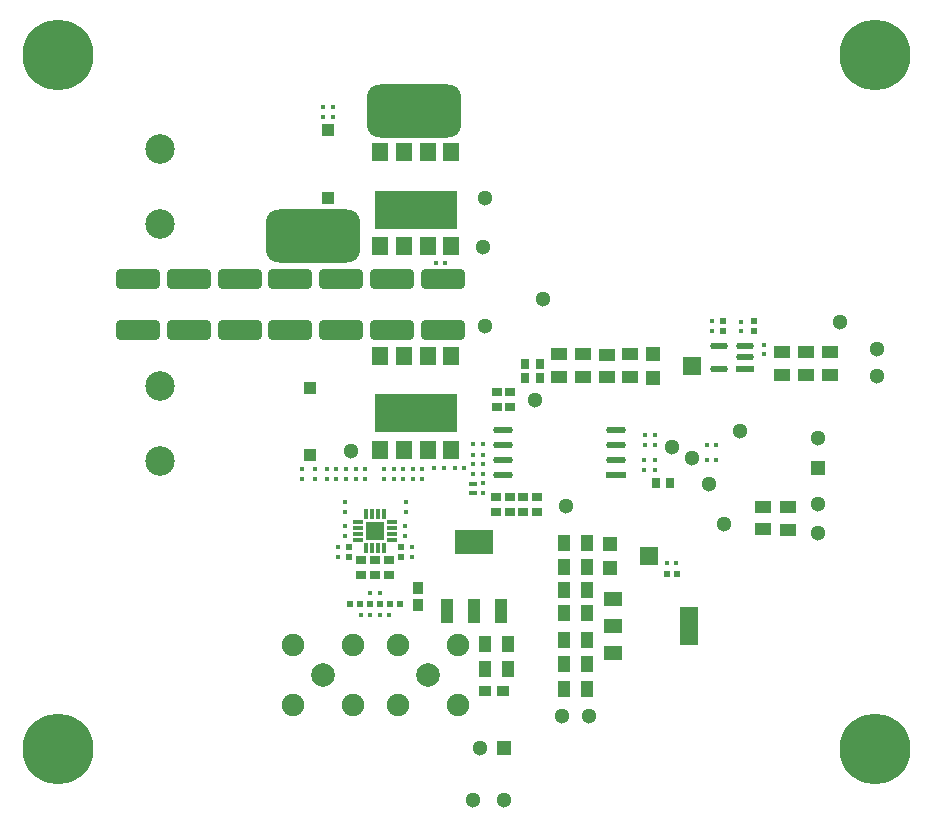
<source format=gbr>
%TF.GenerationSoftware,Altium Limited,Altium Designer,22.9.1 (49)*%
G04 Layer_Color=255*
%FSLAX45Y45*%
%MOMM*%
%TF.SameCoordinates,C6D2A98E-D71B-44EB-B230-12E80A119C5B*%
%TF.FilePolarity,Positive*%
%TF.FileFunction,Pads,Top*%
%TF.Part,Single*%
G01*
G75*
%TA.AperFunction,SMDPad,CuDef*%
%ADD10R,1.20000X1.20000*%
%ADD11R,1.52400X1.52400*%
%ADD12C,1.30000*%
%ADD13R,1.00000X2.15000*%
%ADD14R,3.25000X2.15000*%
%ADD15R,1.60000X1.20000*%
%ADD16R,1.60000X3.30000*%
%ADD17R,1.65506X0.58213*%
G04:AMPARAMS|DCode=18|XSize=1.65506mm|YSize=0.58213mm|CornerRadius=0.29107mm|HoleSize=0mm|Usage=FLASHONLY|Rotation=180.000|XOffset=0mm|YOffset=0mm|HoleType=Round|Shape=RoundedRectangle|*
%AMROUNDEDRECTD18*
21,1,1.65506,0.00000,0,0,180.0*
21,1,1.07293,0.58213,0,0,180.0*
1,1,0.58213,-0.53646,0.00000*
1,1,0.58213,0.53646,0.00000*
1,1,0.58213,0.53646,0.00000*
1,1,0.58213,-0.53646,0.00000*
%
%ADD18ROUNDEDRECTD18*%
%ADD19R,1.00000X1.00000*%
%ADD20R,0.45000X0.45000*%
G04:AMPARAMS|DCode=21|XSize=0.86mm|YSize=0.26mm|CornerRadius=0.0325mm|HoleSize=0mm|Usage=FLASHONLY|Rotation=90.000|XOffset=0mm|YOffset=0mm|HoleType=Round|Shape=RoundedRectangle|*
%AMROUNDEDRECTD21*
21,1,0.86000,0.19500,0,0,90.0*
21,1,0.79500,0.26000,0,0,90.0*
1,1,0.06500,0.09750,0.39750*
1,1,0.06500,0.09750,-0.39750*
1,1,0.06500,-0.09750,-0.39750*
1,1,0.06500,-0.09750,0.39750*
%
%ADD21ROUNDEDRECTD21*%
%ADD22R,1.60000X1.60000*%
G04:AMPARAMS|DCode=23|XSize=0.86mm|YSize=0.26mm|CornerRadius=0.0325mm|HoleSize=0mm|Usage=FLASHONLY|Rotation=0.000|XOffset=0mm|YOffset=0mm|HoleType=Round|Shape=RoundedRectangle|*
%AMROUNDEDRECTD23*
21,1,0.86000,0.19500,0,0,0.0*
21,1,0.79500,0.26000,0,0,0.0*
1,1,0.06500,0.39750,-0.09750*
1,1,0.06500,-0.39750,-0.09750*
1,1,0.06500,-0.39750,0.09750*
1,1,0.06500,0.39750,0.09750*
%
%ADD23ROUNDEDRECTD23*%
G04:AMPARAMS|DCode=24|XSize=1.50543mm|YSize=0.57583mm|CornerRadius=0.28791mm|HoleSize=0mm|Usage=FLASHONLY|Rotation=180.000|XOffset=0mm|YOffset=0mm|HoleType=Round|Shape=RoundedRectangle|*
%AMROUNDEDRECTD24*
21,1,1.50543,0.00000,0,0,180.0*
21,1,0.92960,0.57583,0,0,180.0*
1,1,0.57583,-0.46480,0.00000*
1,1,0.57583,0.46480,0.00000*
1,1,0.57583,0.46480,0.00000*
1,1,0.57583,-0.46480,0.00000*
%
%ADD24ROUNDEDRECTD24*%
%ADD25R,1.50543X0.57583*%
%ADD26R,0.95822X1.00650*%
%ADD27R,0.71120X0.39370*%
%ADD28R,1.35000X1.65000*%
%ADD29R,7.00000X3.20000*%
G04:AMPARAMS|DCode=30|XSize=8mm|YSize=4.5mm|CornerRadius=1.125mm|HoleSize=0mm|Usage=FLASHONLY|Rotation=180.000|XOffset=0mm|YOffset=0mm|HoleType=Round|Shape=RoundedRectangle|*
%AMROUNDEDRECTD30*
21,1,8.00000,2.25000,0,0,180.0*
21,1,5.75000,4.50000,0,0,180.0*
1,1,2.25000,-2.87500,1.12500*
1,1,2.25000,2.87500,1.12500*
1,1,2.25000,2.87500,-1.12500*
1,1,2.25000,-2.87500,-1.12500*
%
%ADD30ROUNDEDRECTD30*%
G04:AMPARAMS|DCode=31|XSize=1.7mm|YSize=3.8mm|CornerRadius=0.425mm|HoleSize=0mm|Usage=FLASHONLY|Rotation=90.000|XOffset=0mm|YOffset=0mm|HoleType=Round|Shape=RoundedRectangle|*
%AMROUNDEDRECTD31*
21,1,1.70000,2.95000,0,0,90.0*
21,1,0.85000,3.80000,0,0,90.0*
1,1,0.85000,1.47500,0.42500*
1,1,0.85000,1.47500,-0.42500*
1,1,0.85000,-1.47500,-0.42500*
1,1,0.85000,-1.47500,0.42500*
%
%ADD31ROUNDEDRECTD31*%
%ADD32R,1.45000X1.00000*%
%ADD33R,0.75000X0.85000*%
%ADD34R,0.52000X0.52000*%
%ADD35R,1.00000X1.45000*%
%ADD36R,1.00650X0.95822*%
%ADD37R,0.85000X0.75000*%
%ADD38R,0.52000X0.52000*%
%ADD39R,0.45000X0.45000*%
%TA.AperFunction,ComponentPad*%
%ADD43C,1.30000*%
%ADD44C,1.90500*%
%ADD45C,2.00660*%
%ADD46C,0.60000*%
%ADD47R,1.30000X1.30000*%
%ADD48C,6.00000*%
%ADD49R,1.30000X1.30000*%
%ADD50C,2.50000*%
D10*
X5137500Y2300000D02*
D03*
Y2500000D02*
D03*
X5495000Y4107500D02*
D03*
Y3907500D02*
D03*
D11*
X5467500Y2400000D02*
D03*
X5825000Y4007500D02*
D03*
D12*
Y3230000D02*
D03*
X4062500Y5017500D02*
D03*
X4077500Y5432500D02*
D03*
X5655000Y3320000D02*
D03*
X4567500Y4580000D02*
D03*
X4075000Y4350000D02*
D03*
X2940000Y3287500D02*
D03*
D13*
X3755000Y1932500D02*
D03*
X3985000D02*
D03*
X4215000D02*
D03*
D14*
X3985000Y2517500D02*
D03*
D15*
X5160000Y2035000D02*
D03*
Y1805000D02*
D03*
Y1575000D02*
D03*
D16*
X5800000Y1805000D02*
D03*
D17*
X5187318Y3088500D02*
D03*
D18*
Y3469500D02*
D03*
X4231203Y3088500D02*
D03*
Y3469500D02*
D03*
X5187318Y3215500D02*
D03*
Y3342500D02*
D03*
X4231203Y3215500D02*
D03*
Y3342500D02*
D03*
D19*
X2745013Y6005000D02*
D03*
Y5435000D02*
D03*
X2589999Y3254999D02*
D03*
Y3825000D02*
D03*
D20*
X5696500Y2342500D02*
D03*
X5616500D02*
D03*
X6035680Y3212040D02*
D03*
X5955680D02*
D03*
X6035000Y3342500D02*
D03*
X5955000D02*
D03*
X3104500Y1903500D02*
D03*
X3024500D02*
D03*
X3184500Y2083500D02*
D03*
X3104500D02*
D03*
X3184500Y1903500D02*
D03*
X3264499D02*
D03*
X3820870Y3146515D02*
D03*
X3900871D02*
D03*
X4055925Y3095858D02*
D03*
X3975925D02*
D03*
X4055925Y3177500D02*
D03*
X3975925D02*
D03*
X4055925Y3258550D02*
D03*
X3975925D02*
D03*
X4055925Y3345000D02*
D03*
X3975925D02*
D03*
X3657500Y4882500D02*
D03*
X3737501D02*
D03*
X3645845Y3146514D02*
D03*
X3725845D02*
D03*
D21*
X3169500Y2758500D02*
D03*
X3119500D02*
D03*
X3219500D02*
D03*
X3069500D02*
D03*
X3219500Y2468500D02*
D03*
X3119500D02*
D03*
X3169500D02*
D03*
X3069500D02*
D03*
D22*
X3144500Y2613500D02*
D03*
D23*
X3289500Y2588500D02*
D03*
Y2638500D02*
D03*
X2999500D02*
D03*
Y2588500D02*
D03*
Y2538500D02*
D03*
X3289500D02*
D03*
Y2688500D02*
D03*
X2999500D02*
D03*
D24*
X6275038Y4082500D02*
D03*
X6054961Y3987500D02*
D03*
X6275038Y4177500D02*
D03*
X6054961D02*
D03*
D25*
X6275038Y3987500D02*
D03*
D26*
X3505000Y2130086D02*
D03*
Y1984914D02*
D03*
D27*
X3972500Y3007425D02*
D03*
Y2937575D02*
D03*
D28*
X3190900Y3301700D02*
D03*
X3390900D02*
D03*
X3790900Y4096700D02*
D03*
X3590900D02*
D03*
X3390900D02*
D03*
X3190900D02*
D03*
X3590900Y3301700D02*
D03*
X3790900D02*
D03*
X3790900Y5817500D02*
D03*
X3590900D02*
D03*
X3190900D02*
D03*
X3390900D02*
D03*
X3190900Y5022500D02*
D03*
X3390900D02*
D03*
X3590900D02*
D03*
X3790900D02*
D03*
D29*
X3490900Y3608200D02*
D03*
X3490900Y5329000D02*
D03*
D30*
X3470900Y6170000D02*
D03*
X2620000Y5110000D02*
D03*
D31*
X3717541Y4744900D02*
D03*
Y4314898D02*
D03*
X1567342Y4744900D02*
D03*
Y4314898D02*
D03*
X2427422D02*
D03*
Y4744900D02*
D03*
X3287501D02*
D03*
Y4314898D02*
D03*
X1997382D02*
D03*
Y4744900D02*
D03*
X1137580Y4745001D02*
D03*
Y4314999D02*
D03*
X2857461Y4314898D02*
D03*
Y4744900D02*
D03*
D32*
X6586933Y3936152D02*
D03*
Y4126153D02*
D03*
X6430440Y2818820D02*
D03*
Y2628820D02*
D03*
X6638180Y2624180D02*
D03*
Y2814180D02*
D03*
X6790133Y4126153D02*
D03*
Y3936152D02*
D03*
X6993333D02*
D03*
Y4126153D02*
D03*
X4907500Y4107500D02*
D03*
Y3917500D02*
D03*
X5105075Y4105992D02*
D03*
Y3915992D02*
D03*
X5307500Y4107500D02*
D03*
Y3917500D02*
D03*
X4702500Y4107500D02*
D03*
Y3917500D02*
D03*
D33*
X5645000Y3015000D02*
D03*
X5520000D02*
D03*
X4412500Y4025000D02*
D03*
X4537500D02*
D03*
X4412500Y3908317D02*
D03*
X4537500D02*
D03*
D34*
X5700000Y2247500D02*
D03*
X5618000D02*
D03*
X3015500Y1993500D02*
D03*
X2933499D02*
D03*
X3185501Y1993500D02*
D03*
X3103499D02*
D03*
X3273499D02*
D03*
X3355501D02*
D03*
D35*
X4270000Y1655000D02*
D03*
X4080000D02*
D03*
X4270000Y1447500D02*
D03*
X4080000D02*
D03*
X4748692Y2110930D02*
D03*
X4938692D02*
D03*
X4748692Y1921091D02*
D03*
X4938692D02*
D03*
X4748692Y1485000D02*
D03*
X4938692D02*
D03*
X4748692Y1277500D02*
D03*
X4938692D02*
D03*
X4748692Y2513684D02*
D03*
X4938692D02*
D03*
X4748692Y2310484D02*
D03*
X4938692D02*
D03*
X4748692Y1685630D02*
D03*
X4938692D02*
D03*
D36*
X4225171Y1255000D02*
D03*
X4080000D02*
D03*
D37*
X3144500Y2241001D02*
D03*
Y2365999D02*
D03*
X3264500Y2241001D02*
D03*
Y2365999D02*
D03*
X3024500Y2241001D02*
D03*
Y2365999D02*
D03*
X4290000Y3787500D02*
D03*
Y3662500D02*
D03*
X4173317Y3787500D02*
D03*
Y3662500D02*
D03*
X4401684Y2775000D02*
D03*
Y2900000D02*
D03*
X4285000Y2775000D02*
D03*
Y2900000D02*
D03*
X4518367Y2775000D02*
D03*
Y2900000D02*
D03*
X4168317Y2775000D02*
D03*
Y2900000D02*
D03*
D38*
X3364500Y2392499D02*
D03*
Y2474501D02*
D03*
X2924500Y2392499D02*
D03*
Y2474501D02*
D03*
X6095000Y4391000D02*
D03*
Y4309000D02*
D03*
X6350000Y4390500D02*
D03*
Y4308500D02*
D03*
D39*
X5425740Y3211560D02*
D03*
Y3131560D02*
D03*
X5514640Y3211560D02*
D03*
Y3131560D02*
D03*
X5517140Y3342020D02*
D03*
Y3422020D02*
D03*
X5428240Y3342020D02*
D03*
Y3422020D02*
D03*
X2894500Y2653500D02*
D03*
Y2573500D02*
D03*
X2894499Y2853500D02*
D03*
Y2773500D02*
D03*
X2834500Y2393500D02*
D03*
Y2473500D02*
D03*
X3404500Y2773500D02*
D03*
Y2853500D02*
D03*
X3454500Y2473500D02*
D03*
Y2393500D02*
D03*
X3394500Y2573500D02*
D03*
Y2653500D02*
D03*
X2634999Y3055002D02*
D03*
Y3135002D02*
D03*
X2529974Y3055002D02*
D03*
Y3135002D02*
D03*
X4062500Y3015000D02*
D03*
Y2935000D02*
D03*
X2703736Y6117500D02*
D03*
Y6197500D02*
D03*
X2792500Y6117500D02*
D03*
Y6197500D02*
D03*
X2735560Y3134200D02*
D03*
Y3054200D02*
D03*
X2816840Y3134200D02*
D03*
Y3054200D02*
D03*
X2898120Y3134200D02*
D03*
Y3054200D02*
D03*
X2979400Y3134200D02*
D03*
Y3054200D02*
D03*
X3060680Y3134200D02*
D03*
Y3054200D02*
D03*
X3220700Y3134200D02*
D03*
Y3054200D02*
D03*
X3301980Y3134200D02*
D03*
Y3054200D02*
D03*
X3383260Y3134200D02*
D03*
Y3054200D02*
D03*
X3464540Y3134200D02*
D03*
Y3054200D02*
D03*
X3545820Y3134200D02*
D03*
Y3054200D02*
D03*
X6240000Y4305000D02*
D03*
Y4385000D02*
D03*
X6440000Y4187500D02*
D03*
Y4107500D02*
D03*
X5995000Y4307500D02*
D03*
Y4387500D02*
D03*
D43*
X4497500Y3720000D02*
D03*
X6102500Y2670000D02*
D03*
X4037500Y777500D02*
D03*
X6897500Y3397500D02*
D03*
X7390771Y4155507D02*
D03*
X6897500Y2595000D02*
D03*
Y2841380D02*
D03*
X4240000Y337500D02*
D03*
X3972500D02*
D03*
X4957500Y1042500D02*
D03*
X4727500D02*
D03*
X7390771Y3926907D02*
D03*
X6237500Y3460000D02*
D03*
X5975000Y3010000D02*
D03*
X4760000Y2820000D02*
D03*
X7080000Y4385000D02*
D03*
D44*
X3847770Y1137230D02*
D03*
X3337230D02*
D03*
Y1647770D02*
D03*
X3847770D02*
D03*
X2960270Y1137230D02*
D03*
X2449730D02*
D03*
X2960270Y1647770D02*
D03*
X2449730D02*
D03*
D45*
X3592500Y1392500D02*
D03*
X2705000D02*
D03*
D46*
X3195300Y2562700D02*
D03*
Y2664300D02*
D03*
X3093700Y2562700D02*
D03*
Y2664300D02*
D03*
D47*
X4237500Y777500D02*
D03*
D48*
X457500Y762500D02*
D03*
Y6642500D02*
D03*
X7377500D02*
D03*
Y762500D02*
D03*
D49*
X6897500Y3143500D02*
D03*
D50*
X1322500Y5210000D02*
D03*
Y5845000D02*
D03*
Y3837500D02*
D03*
Y3202500D02*
D03*
%TF.MD5,cdf71c1315c13ee7434668e3358fcef4*%
M02*

</source>
